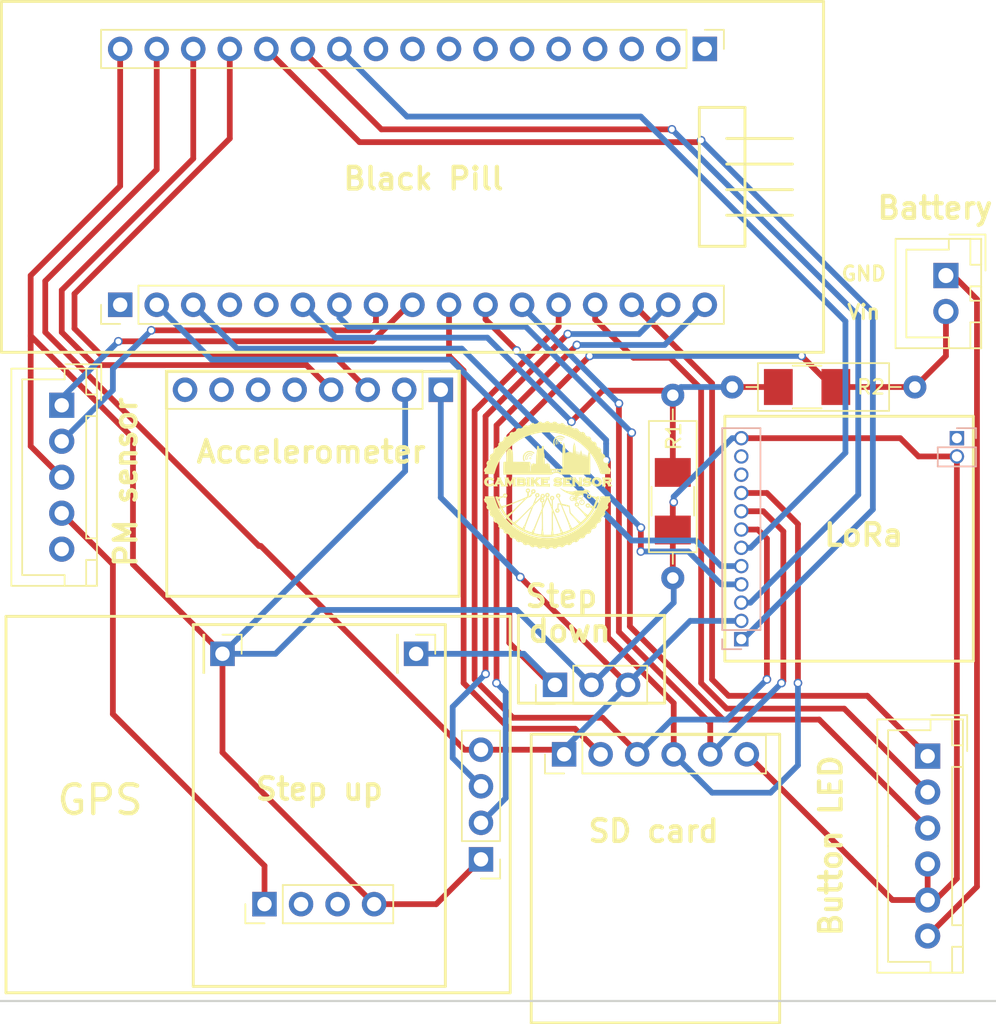
<source format=kicad_pcb>
(kicad_pcb (version 4) (host pcbnew 4.0.7)
  (layers (0 F.Cu signal hide) (31 B.Cu signal hide) (34 B.Paste user hide) (35 F.Paste user hide) (36 B.SilkS user hide) (37 F.SilkS user) (38 B.Mask user hide) (39 F.Mask user hide) (44 Edge.Cuts user hide))
  (net 0 "")
  (net 1 +3V3)
  (net 2 GND)
  (net 3 /SCL)
  (net 4 /SDA)
  (net 5 "Net-(J1-Pad5)")
  (net 6 "Net-(J1-Pad6)")
  (net 7 "Net-(J1-Pad7)")
  (net 8 "Net-(J1-Pad8)")
  (net 9 "Net-(J2-Pad1)")
  (net 10 /RESET)
  (net 11 /DI0)
  (net 12 /DI01)
  (net 13 /DI02)
  (net 14 /CS)
  (net 15 "Net-(J3-Pad10)")
  (net 16 "Net-(J3-Pad11)")
  (net 17 /Vin)
  (net 18 "Net-(J5-Pad1)")
  (net 19 "Net-(J5-Pad9)")
  (net 20 +5V)
  (net 21 "Net-(J9-Pad2)")
  (net 22 "Net-(J9-Pad3)")
  (net 23 "Net-(J10-Pad1)")
  (net 24 "Net-(J10-Pad4)")
  (net 25 "Net-(J10-Pad5)")
  (net 26 /GPS_RX)
  (net 27 /GPS_TX)
  (net 28 "Net-(J13-Pad5)")
  (net 29 /RXtoSDS)
  (net 30 /TXtoSDS)
  (net 31 /CStoSD)
  (net 32 /SCKtoSD)
  (net 33 /MISOtoSD)
  (net 34 /MOSItoSD)
  (net 35 "Net-(J5-Pad6)")
  (net 36 "Net-(J5-Pad7)")
  (net 37 "Net-(J5-Pad8)")
  (net 38 "Net-(J5-Pad10)")
  (net 39 /Red)
  (net 40 /Bat)
  (net 41 /Blue)
  (net 42 /Green)
  (net 43 /NO)
  (net 44 "Net-(J5-Pad5)")
  (net 45 "Net-(J5-Pad2)")
  (net 46 "Net-(J5-Pad3)")
  (net 47 "Net-(J5-Pad4)")
  (module Socket_Strips:Socket_Strip_Straight_1x08_Pitch2.54mm (layer F.Cu) (at 102.8065 85.5345 270)
    (fp_text reference J1 hide)
    (fp_text value Conn_01x08 hide)
    (pad 1 thru_hole rect (at 0 0 270) (size 1.7 1.7) (drill 1) (layers *.Cu *.Mask) (net 1 +3V3))
    (pad 2 thru_hole oval (at 0 2.54 270) (size 1.7 1.7) (drill 1) (layers *.Cu *.Mask) (net 2 GND))
    (pad 3 thru_hole oval (at 0 5.08 270) (size 1.7 1.7) (drill 1) (layers *.Cu *.Mask) (net 3 /SCL))
    (pad 4 thru_hole oval (at 0 7.62 270) (size 1.7 1.7) (drill 1) (layers *.Cu *.Mask) (net 4 /SDA))
    (pad 5 thru_hole oval (at 0 10.16 270) (size 1.7 1.7) (drill 1) (layers *.Cu *.Mask) (net 5 "Net-(J1-Pad5)"))
    (pad 6 thru_hole oval (at 0 12.7 270) (size 1.7 1.7) (drill 1) (layers *.Cu *.Mask) (net 6 "Net-(J1-Pad6)"))
    (pad 7 thru_hole oval (at 0 15.24 270) (size 1.7 1.7) (drill 1) (layers *.Cu *.Mask) (net 7 "Net-(J1-Pad7)"))
    (pad 8 thru_hole oval (at 0 17.78 270) (size 1.7 1.7) (drill 1) (layers *.Cu *.Mask) (net 8 "Net-(J1-Pad8)"))
  )
  (module Mounting_Holes:MountingHole_3.2mm_M3 (layer F.Cu) (at 86.2965 96.9645 90)
    (fp_text reference MK1 hide)
    (fp_text value Mounting_Hole hide)
    (pad 1 np_thru_hole circle (at 0 0 90) (size 3.2 3.2) (drill 3.2) (layers *.Cu *.Mask))
  )
  (module Socket_Strips:Socket_Strip_Straight_1x02_Pitch1.27mm (layer B.Cu) (at 138.684 88.9 180)
    (fp_text reference J2 hide)
    (fp_text value Conn_01x02 hide)
    (pad 1 thru_hole rect (at 0 0 180) (size 1 1) (drill 0.7) (layers *.Cu *.Mask) (net 9 "Net-(J2-Pad1)"))
    (pad 2 thru_hole oval (at 0 -1.27 180) (size 1 1) (drill 0.7) (layers *.Cu *.Mask) (net 2 GND))
  )
  (module Socket_Strips:Socket_Strip_Straight_1x12_Pitch1.27mm (layer B.Cu) (at 123.698 102.87)
    (fp_text reference J3 hide)
    (fp_text value Conn_01x12 hide)
    (pad 1 thru_hole rect (at 0 0) (size 1 1) (drill 0.7) (layers *.Cu *.Mask) (net 10 /RESET))
    (pad 2 thru_hole oval (at 0 -1.27) (size 1 1) (drill 0.7) (layers *.Cu *.Mask) (net 1 +3V3))
    (pad 3 thru_hole oval (at 0 -2.54) (size 1 1) (drill 0.7) (layers *.Cu *.Mask) (net 11 /DI0))
    (pad 4 thru_hole oval (at 0 -3.81) (size 1 1) (drill 0.7) (layers *.Cu *.Mask) (net 12 /DI01))
    (pad 5 thru_hole oval (at 0 -5.08) (size 1 1) (drill 0.7) (layers *.Cu *.Mask) (net 13 /DI02))
    (pad 6 thru_hole oval (at 0 -6.35) (size 1 1) (drill 0.7) (layers *.Cu *.Mask) (net 14 /CS))
    (pad 7 thru_hole oval (at 0 -7.62) (size 1 1) (drill 0.7) (layers *.Cu *.Mask) (net 34 /MOSItoSD))
    (pad 8 thru_hole oval (at 0 -8.89) (size 1 1) (drill 0.7) (layers *.Cu *.Mask) (net 33 /MISOtoSD))
    (pad 9 thru_hole oval (at 0 -10.16) (size 1 1) (drill 0.7) (layers *.Cu *.Mask) (net 32 /SCKtoSD))
    (pad 10 thru_hole oval (at 0 -11.43) (size 1 1) (drill 0.7) (layers *.Cu *.Mask) (net 15 "Net-(J3-Pad10)"))
    (pad 11 thru_hole oval (at 0 -12.7) (size 1 1) (drill 0.7) (layers *.Cu *.Mask) (net 16 "Net-(J3-Pad11)"))
    (pad 12 thru_hole oval (at 0 -13.97) (size 1 1) (drill 0.7) (layers *.Cu *.Mask) (net 2 GND))
  )
  (module Socket_Strips:Socket_Strip_Straight_1x17_Pitch2.54mm (layer F.Cu) (at 121.158 61.849 270)
    (fp_text reference J5 hide)
    (fp_text value Conn_01x17 hide)
    (pad 1 thru_hole rect (at 0 0 270) (size 1.7 1.7) (drill 1) (layers *.Cu *.Mask) (net 18 "Net-(J5-Pad1)"))
    (pad 2 thru_hole oval (at 0 2.54 270) (size 1.7 1.7) (drill 1) (layers *.Cu *.Mask) (net 45 "Net-(J5-Pad2)"))
    (pad 3 thru_hole oval (at 0 5.08 270) (size 1.7 1.7) (drill 1) (layers *.Cu *.Mask) (net 46 "Net-(J5-Pad3)"))
    (pad 4 thru_hole oval (at 0 7.62 270) (size 1.7 1.7) (drill 1) (layers *.Cu *.Mask) (net 47 "Net-(J5-Pad4)"))
    (pad 5 thru_hole oval (at 0 10.16 270) (size 1.7 1.7) (drill 1) (layers *.Cu *.Mask) (net 44 "Net-(J5-Pad5)"))
    (pad 6 thru_hole oval (at 0 12.7 270) (size 1.7 1.7) (drill 1) (layers *.Cu *.Mask) (net 35 "Net-(J5-Pad6)"))
    (pad 7 thru_hole oval (at 0 15.24 270) (size 1.7 1.7) (drill 1) (layers *.Cu *.Mask) (net 36 "Net-(J5-Pad7)"))
    (pad 8 thru_hole oval (at 0 17.78 270) (size 1.7 1.7) (drill 1) (layers *.Cu *.Mask) (net 37 "Net-(J5-Pad8)"))
    (pad 9 thru_hole oval (at 0 20.32 270) (size 1.7 1.7) (drill 1) (layers *.Cu *.Mask) (net 19 "Net-(J5-Pad9)"))
    (pad 10 thru_hole oval (at 0 22.86 270) (size 1.7 1.7) (drill 1) (layers *.Cu *.Mask) (net 38 "Net-(J5-Pad10)"))
    (pad 11 thru_hole oval (at 0 25.4 270) (size 1.7 1.7) (drill 1) (layers *.Cu *.Mask) (net 14 /CS))
    (pad 12 thru_hole oval (at 0 27.94 270) (size 1.7 1.7) (drill 1) (layers *.Cu *.Mask) (net 11 /DI0))
    (pad 13 thru_hole oval (at 0 30.48 270) (size 1.7 1.7) (drill 1) (layers *.Cu *.Mask) (net 10 /RESET))
    (pad 14 thru_hole oval (at 0 33.02 270) (size 1.7 1.7) (drill 1) (layers *.Cu *.Mask) (net 3 /SCL))
    (pad 15 thru_hole oval (at 0 35.56 270) (size 1.7 1.7) (drill 1) (layers *.Cu *.Mask) (net 4 /SDA))
    (pad 16 thru_hole oval (at 0 38.1 270) (size 1.7 1.7) (drill 1) (layers *.Cu *.Mask) (net 1 +3V3))
    (pad 17 thru_hole oval (at 0 40.64 270) (size 1.7 1.7) (drill 1) (layers *.Cu *.Mask) (net 2 GND))
  )
  (module Socket_Strips:Socket_Strip_Straight_1x01_Pitch2.54mm (layer F.Cu) (at 101.092 103.886 270)
    (fp_text reference J6 hide)
    (fp_text value Conn_01x01 hide)
    (pad 1 thru_hole rect (at 0 0 270) (size 1.7 1.7) (drill 1) (layers *.Cu *.Mask) (net 17 /Vin))
  )
  (module Socket_Strips:Socket_Strip_Straight_1x01_Pitch2.54mm (layer F.Cu) (at 87.63 103.886 270)
    (fp_text reference J7 hide)
    (fp_text value Conn_01x01 hide)
    (pad 1 thru_hole rect (at 0 0 270) (size 1.7 1.7) (drill 1) (layers *.Cu *.Mask) (net 2 GND))
  )
  (module Socket_Strips:Socket_Strip_Straight_1x04_Pitch2.54mm (layer F.Cu) (at 90.551 121.285 90)
    (fp_text reference J9 hide)
    (fp_text value Conn_01x04 hide)
    (pad 1 thru_hole rect (at 0 0 90) (size 1.7 1.7) (drill 1) (layers *.Cu *.Mask) (net 20 +5V))
    (pad 2 thru_hole oval (at 0 2.54 90) (size 1.7 1.7) (drill 1) (layers *.Cu *.Mask) (net 21 "Net-(J9-Pad2)"))
    (pad 3 thru_hole oval (at 0 5.08 90) (size 1.7 1.7) (drill 1) (layers *.Cu *.Mask) (net 22 "Net-(J9-Pad3)"))
    (pad 4 thru_hole oval (at 0 7.62 90) (size 1.7 1.7) (drill 1) (layers *.Cu *.Mask) (net 2 GND))
  )
  (module Socket_Strips:Socket_Strip_Straight_1x17_Pitch2.54mm (layer F.Cu) (at 80.518 79.629 90)
    (fp_text reference J10 hide)
    (fp_text value Conn_01x17 hide)
    (pad 1 thru_hole rect (at 0 0 90) (size 1.7 1.7) (drill 1) (layers *.Cu *.Mask) (net 23 "Net-(J10-Pad1)"))
    (pad 2 thru_hole oval (at 0 2.54 90) (size 1.7 1.7) (drill 1) (layers *.Cu *.Mask) (net 13 /DI02))
    (pad 3 thru_hole oval (at 0 5.08 90) (size 1.7 1.7) (drill 1) (layers *.Cu *.Mask) (net 12 /DI01))
    (pad 4 thru_hole oval (at 0 7.62 90) (size 1.7 1.7) (drill 1) (layers *.Cu *.Mask) (net 24 "Net-(J10-Pad4)"))
    (pad 5 thru_hole oval (at 0 10.16 90) (size 1.7 1.7) (drill 1) (layers *.Cu *.Mask) (net 25 "Net-(J10-Pad5)"))
    (pad 6 thru_hole oval (at 0 12.7 90) (size 1.7 1.7) (drill 1) (layers *.Cu *.Mask) (net 40 /Bat))
    (pad 7 thru_hole oval (at 0 15.24 90) (size 1.7 1.7) (drill 1) (layers *.Cu *.Mask) (net 41 /Blue))
    (pad 8 thru_hole oval (at 0 17.78 90) (size 1.7 1.7) (drill 1) (layers *.Cu *.Mask) (net 29 /RXtoSDS))
    (pad 9 thru_hole oval (at 0 20.32 90) (size 1.7 1.7) (drill 1) (layers *.Cu *.Mask) (net 30 /TXtoSDS))
    (pad 10 thru_hole oval (at 0 22.86 90) (size 1.7 1.7) (drill 1) (layers *.Cu *.Mask) (net 31 /CStoSD))
    (pad 11 thru_hole oval (at 0 25.4 90) (size 1.7 1.7) (drill 1) (layers *.Cu *.Mask) (net 32 /SCKtoSD))
    (pad 12 thru_hole oval (at 0 27.94 90) (size 1.7 1.7) (drill 1) (layers *.Cu *.Mask) (net 33 /MISOtoSD))
    (pad 13 thru_hole oval (at 0 30.48 90) (size 1.7 1.7) (drill 1) (layers *.Cu *.Mask) (net 34 /MOSItoSD))
    (pad 14 thru_hole oval (at 0 33.02 90) (size 1.7 1.7) (drill 1) (layers *.Cu *.Mask) (net 42 /Green))
    (pad 15 thru_hole oval (at 0 35.56 90) (size 1.7 1.7) (drill 1) (layers *.Cu *.Mask) (net 39 /Red))
    (pad 16 thru_hole oval (at 0 38.1 90) (size 1.7 1.7) (drill 1) (layers *.Cu *.Mask) (net 26 /GPS_RX))
    (pad 17 thru_hole oval (at 0 40.64 90) (size 1.7 1.7) (drill 1) (layers *.Cu *.Mask) (net 27 /GPS_TX))
  )
  (module Socket_Strips:Socket_Strip_Straight_1x03_Pitch2.54mm (layer F.Cu) (at 110.744 106.045 90)
    (fp_text reference J11 hide)
    (fp_text value Conn_01x03 hide)
    (pad 1 thru_hole rect (at 0 0 90) (size 1.7 1.7) (drill 1) (layers *.Cu *.Mask) (net 17 /Vin))
    (pad 2 thru_hole oval (at 0 2.54 90) (size 1.7 1.7) (drill 1) (layers *.Cu *.Mask) (net 2 GND))
    (pad 3 thru_hole oval (at 0 5.08 90) (size 1.7 1.7) (drill 1) (layers *.Cu *.Mask) (net 1 +3V3))
  )
  (module Socket_Strips:Socket_Strip_Straight_1x04_Pitch2.54mm (layer F.Cu) (at 105.6005 118.1735 180)
    (fp_text reference J12 hide)
    (fp_text value Conn_01x04 hide)
    (pad 1 thru_hole rect (at 0 0 180) (size 1.7 1.7) (drill 1) (layers *.Cu *.Mask) (net 2 GND))
    (pad 2 thru_hole oval (at 0 2.54 180) (size 1.7 1.7) (drill 1) (layers *.Cu *.Mask) (net 27 /GPS_TX))
    (pad 3 thru_hole oval (at 0 5.08 180) (size 1.7 1.7) (drill 1) (layers *.Cu *.Mask) (net 26 /GPS_RX))
    (pad 4 thru_hole oval (at 0 7.62 180) (size 1.7 1.7) (drill 1) (layers *.Cu *.Mask) (net 1 +3V3))
  )
  (module Socket_Strips:Socket_Strip_Straight_1x06_Pitch2.54mm (layer F.Cu) (at 111.379 110.871 90)
    (fp_text reference J14 hide)
    (fp_text value Conn_01x06 hide)
    (pad 1 thru_hole rect (at 0 0 90) (size 1.7 1.7) (drill 1) (layers *.Cu *.Mask) (net 1 +3V3))
    (pad 2 thru_hole oval (at 0 2.54 90) (size 1.7 1.7) (drill 1) (layers *.Cu *.Mask) (net 31 /CStoSD))
    (pad 3 thru_hole oval (at 0 5.08 90) (size 1.7 1.7) (drill 1) (layers *.Cu *.Mask) (net 34 /MOSItoSD))
    (pad 4 thru_hole oval (at 0 7.62 90) (size 1.7 1.7) (drill 1) (layers *.Cu *.Mask) (net 32 /SCKtoSD))
    (pad 5 thru_hole oval (at 0 10.16 90) (size 1.7 1.7) (drill 1) (layers *.Cu *.Mask) (net 33 /MISOtoSD))
    (pad 6 thru_hole oval (at 0 12.7 90) (size 1.7 1.7) (drill 1) (layers *.Cu *.Mask) (net 2 GND))
  )
  (module Mounting_Holes:MountingHole_3.2mm_M3 (layer F.Cu) (at 101.5365 96.9645 90)
    (fp_text reference MK2 hide)
    (fp_text value Mounting_Hole hide)
    (pad 1 np_thru_hole circle (at 0 0 90) (size 3.2 3.2) (drill 3.2) (layers *.Cu *.Mask))
  )
  (module Mounting_Holes:MountingHole_3.2mm_M3 (layer F.Cu) (at 74.6125 124.6505 180)
    (fp_text reference MK3 hide)
    (fp_text value Mounting_Hole hide)
    (pad 1 np_thru_hole circle (at 0 0 180) (size 3.2 3.2) (drill 3.2) (layers *.Cu *.Mask))
  )
  (module Mounting_Holes:MountingHole_3.2mm_M3 (layer F.Cu) (at 74.6125 104.0765 180)
    (fp_text reference MK4 hide)
    (fp_text value Mounting_Hole hide)
    (pad 1 np_thru_hole circle (at 0 0 180) (size 3.2 3.2) (drill 3.2) (layers *.Cu *.Mask))
  )
  (module Connectors_JST:JST_XH_B05B-XH-A_05x2.50mm_Straight (layer F.Cu) (at 76.454 86.614 270)
    (fp_text reference J13 hide)
    (fp_text value Conn_01x05 hide)
    (pad 1 thru_hole rect (at 0 0 270) (size 1.75 1.75) (drill 1) (layers *.Cu *.Mask) (net 30 /TXtoSDS))
    (pad 2 thru_hole circle (at 2.5 0 270) (size 1.75 1.75) (drill 1) (layers *.Cu *.Mask) (net 29 /RXtoSDS))
    (pad 3 thru_hole circle (at 5 0 270) (size 1.75 1.75) (drill 1) (layers *.Cu *.Mask) (net 2 GND))
    (pad 4 thru_hole circle (at 7.5 0 270) (size 1.75 1.75) (drill 1) (layers *.Cu *.Mask) (net 20 +5V))
    (pad 5 thru_hole circle (at 10 0 270) (size 1.75 1.75) (drill 1) (layers *.Cu *.Mask) (net 28 "Net-(J13-Pad5)"))
  )
  (module Mounting_Holes:MountingHole_3.2mm_M3 (layer F.Cu) (at 76.708 69.088)
    (fp_text reference MK5 hide)
    (fp_text value Mounting_Hole hide)
    (pad 1 np_thru_hole circle (at 0 0) (size 3.2 3.2) (drill 3.2) (layers *.Cu *.Mask))
  )
  (module Mounting_Holes:MountingHole_3.2mm_M3 (layer F.Cu) (at 136.652 69.088)
    (fp_text reference MK6 hide)
    (fp_text value Mounting_Hole hide)
    (pad 1 np_thru_hole circle (at 0 0) (size 3.2 3.2) (drill 3.2) (layers *.Cu *.Mask))
  )
  (module Mounting_Holes:MountingHole_3.2mm_M3 (layer F.Cu) (at 117.729 124.079)
    (fp_text reference MK7 hide)
    (fp_text value Mounting_Hole hide)
    (pad 1 np_thru_hole circle (at 0 0) (size 3.2 3.2) (drill 3.2) (layers *.Cu *.Mask))
  )
  (module Connectors_JST:JST_XH_B02B-XH-A_02x2.50mm_Straight (layer F.Cu) (at 137.922 77.597 270)
    (fp_text reference J4 hide)
    (fp_text value Conn_01x02 hide)
    (pad 1 thru_hole rect (at 0 0 270) (size 1.75 1.75) (drill 1.05) (layers *.Cu *.Mask) (net 43 /NO))
    (pad 2 thru_hole circle (at 2.5 0 270) (size 1.75 1.75) (drill 1.05) (layers *.Cu *.Mask) (net 17 /Vin))
  )
  (module Resistors_SMD:R_1210_HandSoldering (layer F.Cu) (at 118.9355 93.2815 270)
    (fp_text reference R1 (at -4.5085 -0.0635 270) (layer F.SilkS))
    (fp_text value 22k)
    (pad 1 smd rect (at -2 0 270) (size 2 2.5) (layers F.Cu F.Paste F.Mask) (net 40 /Bat))
    (pad 2 smd rect (at 2 0 270) (size 2 2.5) (layers F.Cu F.Paste F.Mask) (net 2 GND))
  )
  (module Resistors_SMD:R_1210_HandSoldering (layer F.Cu) (at 128.27 85.344 180)
    (fp_text reference R2 (at -4.445 0 180) (layer F.SilkS))
    (fp_text value 22k hide)
    (pad 1 smd rect (at -2 0 180) (size 2 2.5) (layers F.Cu F.Paste F.Mask) (net 17 /Vin))
    (pad 2 smd rect (at 2 0 180) (size 2 2.5) (layers F.Cu F.Paste F.Mask) (net 40 /Bat))
  )
  (module Resistors_THT:R_Axial_DIN0309_L9.0mm_D3.2mm_P12.70mm_Horizontal (layer F.Cu) (at 118.9355 85.9155 270)
    (fp_text reference R3 hide)
    (fp_text value 22k hide)
    (pad 1 thru_hole circle (at 0 0 270) (size 1.6 1.6) (drill 0.8) (layers *.Cu *.Mask) (net 40 /Bat))
    (pad 2 thru_hole oval (at 12.7 0 270) (size 1.6 1.6) (drill 0.8) (layers *.Cu *.Mask) (net 2 GND))
  )
  (module Resistors_THT:R_Axial_DIN0309_L9.0mm_D3.2mm_P12.70mm_Horizontal (layer F.Cu) (at 135.763 85.344 180)
    (fp_text reference R4 hide)
    (fp_text value 22k)
    (pad 1 thru_hole circle (at 0 0 180) (size 1.6 1.6) (drill 0.8) (layers *.Cu *.Mask) (net 17 /Vin))
    (pad 2 thru_hole oval (at 12.7 0 180) (size 1.6 1.6) (drill 0.8) (layers *.Cu *.Mask) (net 40 /Bat))
  )
  (module PCB:cambike_new (layer F.Cu) (at 110.236 92.202)
    (fp_text reference G*** hide)
    (fp_text value LOGO hide)
  )
  (module Connectors_JST:JST_XH_B06B-XH-A_06x2.50mm_Straight (layer F.Cu) (at 136.652 110.998 270)
    (fp_text reference J8 hide)
    (fp_text value Conn_01x06 hide)
    (pad 1 thru_hole rect (at 0 0 270) (size 1.75 1.75) (drill 1) (layers *.Cu *.Mask) (net 39 /Red))
    (pad 2 thru_hole circle (at 2.5 0 270) (size 1.75 1.75) (drill 1) (layers *.Cu *.Mask) (net 42 /Green))
    (pad 3 thru_hole circle (at 5 0 270) (size 1.75 1.75) (drill 1) (layers *.Cu *.Mask) (net 41 /Blue))
    (pad 4 thru_hole circle (at 7.5 0 270) (size 1.75 1.75) (drill 1) (layers *.Cu *.Mask) (net 2 GND))
    (pad 5 thru_hole circle (at 10 0 270) (size 1.75 1.75) (drill 1) (layers *.Cu *.Mask) (net 2 GND))
    (pad 6 thru_hole circle (at 12.5 0 270) (size 1.75 1.75) (drill 1) (layers *.Cu *.Mask) (net 43 /NO))
  )
  (gr_line (start 122.682 69.85) (end 127.254 69.85) (angle 90) (layer F.SilkS) (width 0.2))
  (gr_line (start 122.682 71.628) (end 127.254 71.628) (angle 90) (layer F.SilkS) (width 0.2))
  (gr_line (start 122.682 73.406) (end 127.254 73.406) (angle 90) (layer F.SilkS) (width 0.2))
  (gr_line (start 122.682 68.072) (end 127.254 68.072) (angle 90) (layer F.SilkS) (width 0.2))
  (gr_line (start 120.777 75.565) (end 120.777 65.913) (angle 90) (layer F.SilkS) (width 0.2))
  (gr_line (start 123.952 75.565) (end 120.777 75.565) (angle 90) (layer F.SilkS) (width 0.2))
  (gr_line (start 123.952 65.913) (end 123.952 75.565) (angle 90) (layer F.SilkS) (width 0.2))
  (gr_line (start 120.777 65.913) (end 123.952 65.913) (angle 90) (layer F.SilkS) (width 0.2))
  (gr_text Battery (at 137.16 72.898) (layer F.SilkS) (effects (font (size 1.5 1.5) (thickness 0.3))))
  (gr_text Vin (at 132.207 80.137) (layer F.SilkS) (effects (font (size 1 1) (thickness 0.2))))
  (gr_text GND (at 132.207 77.47) (layer F.SilkS) (effects (font (size 1 1) (thickness 0.2))))
  (gr_text "Button LED" (at 129.921 117.221 90) (layer F.SilkS) (effects (font (size 1.5 1.5) (thickness 0.3))))
  (gr_line (start 103.124 101.854) (end 103.124 127) (angle 90) (layer F.SilkS) (width 0.2))
  (gr_line (start 85.598 101.854) (end 85.598 127) (angle 90) (layer F.SilkS) (width 0.2))
  (gr_line (start 85.598 127) (end 103.124 127) (angle 90) (layer F.SilkS) (width 0.2))
  (gr_text "PM sensor" (at 80.899 91.948 90) (layer F.SilkS) (effects (font (size 1.5 1.5) (thickness 0.3))))
  (gr_line (start 118.364 101.219) (end 118.364 107.315) (angle 90) (layer F.SilkS) (width 0.2))
  (gr_line (start 108.204 101.219) (end 108.204 107.315) (angle 90) (layer F.SilkS) (width 0.2))
  (gr_line (start 108.204 101.219) (end 118.364 101.219) (angle 90) (layer F.SilkS) (width 0.2))
  (gr_line (start 85.598 101.854) (end 103.124 101.854) (angle 90) (layer F.SilkS) (width 0.2))
  (gr_line (start 104.0765 84.2645) (end 104.0765 99.8855) (angle 90) (layer F.SilkS) (width 0.2))
  (gr_text "SD card" (at 117.602 116.205) (layer F.SilkS) (effects (font (size 1.5 1.5) (thickness 0.3))))
  (gr_line (start 126.365 129.54) (end 126.365 109.474) (angle 90) (layer F.SilkS) (width 0.2))
  (gr_line (start 109.093 129.54) (end 126.365 129.54) (angle 90) (layer F.SilkS) (width 0.2))
  (gr_line (start 109.093 109.474) (end 109.093 129.54) (angle 90) (layer F.SilkS) (width 0.2))
  (gr_line (start 126.365 109.474) (end 109.093 109.474) (angle 90) (layer F.SilkS) (width 0.2))
  (gr_text "Step \ndown" (at 111.76 101.092) (layer F.SilkS) (effects (font (size 1.5 1.5) (thickness 0.3))))
  (gr_line (start 108.204 107.315) (end 118.364 107.315) (angle 90) (layer F.SilkS) (width 0.2))
  (gr_text "Step up" (at 94.361 113.284) (layer F.SilkS) (effects (font (size 1.5 1.5) (thickness 0.3))))
  (gr_text LoRa (at 132.207 95.631) (layer F.SilkS) (effects (font (size 1.5 1.5) (thickness 0.3))))
  (gr_text Accelerometer (at 93.7895 89.8525) (layer F.SilkS) (effects (font (size 1.5 1.5) (thickness 0.3))))
  (gr_text "Black Pill" (at 101.6 70.866) (layer F.SilkS) (effects (font (size 1.5 1.5) (thickness 0.3))))
  (gr_text GPS (at 79.121 114.046) (layer F.SilkS) (effects (font (size 2 2) (thickness 0.3))))
  (gr_line (start 107.6325 101.2825) (end 107.6325 127.4445) (angle 90) (layer F.SilkS) (width 0.2))
  (gr_line (start 72.5805 101.2825) (end 107.6325 101.2825) (angle 90) (layer F.SilkS) (width 0.2))
  (gr_line (start 72.5805 127.4445) (end 72.5805 101.2825) (angle 90) (layer F.SilkS) (width 0.2))
  (gr_line (start 107.6325 127.4445) (end 72.5805 127.4445) (angle 90) (layer F.SilkS) (width 0.2))
  (gr_line (start 104.0765 99.8855) (end 83.7565 99.8855) (angle 90) (layer F.SilkS) (width 0.2))
  (gr_line (start 83.7565 84.2645) (end 104.0765 84.2645) (angle 90) (layer F.SilkS) (width 0.2))
  (gr_line (start 83.7565 99.8855) (end 83.7565 84.2645) (angle 90) (layer F.SilkS) (width 0.2))
  (gr_line (start 139.827 87.376) (end 139.827 104.394) (angle 90) (layer F.SilkS) (width 0.2))
  (gr_line (start 122.555 87.376) (end 139.827 87.376) (angle 90) (layer F.SilkS) (width 0.2))
  (gr_line (start 122.555 104.394) (end 122.555 87.376) (angle 90) (layer F.SilkS) (width 0.2))
  (gr_line (start 139.827 104.394) (end 122.555 104.394) (angle 90) (layer F.SilkS) (width 0.2))
  (gr_line (start 72.263 58.547) (end 129.413 58.547) (angle 90) (layer F.SilkS) (width 0.2))
  (gr_line (start 72.263 82.931) (end 72.263 58.547) (angle 90) (layer F.SilkS) (width 0.2))
  (gr_line (start 129.413 82.931) (end 72.263 82.931) (angle 90) (layer F.SilkS) (width 0.2))
  (gr_line (start 129.413 58.547) (end 129.413 82.931) (angle 90) (layer F.SilkS) (width 0.2))
  (gr_line (start 71.628 128.016) (end 71.628 58.039) (angle 90) (layer Edge.Cuts) (width 0.15))
  (gr_line (start 71.628 58.039) (end 141.605 58.039) (angle 90) (layer Edge.Cuts) (width 0.15))
  (gr_line (start 141.605 128.016) (end 71.628 128.016) (angle 90) (layer Edge.Cuts) (width 0.15))
  (gr_line (start 141.605 58.039) (end 141.605 128.016) (angle 90) (layer Edge.Cuts) (width 0.15))
  (segment (start 115.824 106.045) (end 115.824 105.918) (width 0.4) (layer B.Cu) (net 1))
  (segment (start 115.824 105.918) (end 120.142 101.6) (width 0.4) (layer B.Cu) (net 1))
  (segment (start 120.142 101.6) (end 123.698 101.6) (width 0.4) (layer B.Cu) (net 1))
  (segment (start 115.824 106.045) (end 108.331 98.552) (width 0.4) (layer F.Cu) (net 1))
  (segment (start 102.8065 93.0275) (end 102.8065 85.5345) (width 0.4) (layer B.Cu) (net 1))
  (segment (start 108.331 98.552) (end 102.8065 93.0275) (width 0.4) (layer B.Cu) (net 1))
  (via (at 108.331 98.552) (size 0.6) (drill 0.4) (layers F.Cu B.Cu) (net 1))
  (segment (start 83.82 90.043) (end 90.17 96.393) (width 0.4) (layer F.Cu) (net 1))
  (segment (start 104.4575 110.5535) (end 105.6005 110.5535) (width 0.4) (layer F.Cu) (net 1))
  (segment (start 90.297 96.393) (end 104.4575 110.5535) (width 0.4) (layer F.Cu) (net 1))
  (segment (start 90.17 96.393) (end 90.297 96.393) (width 0.4) (layer F.Cu) (net 1))
  (segment (start 83.058 61.849) (end 83.058 70.231) (width 0.4) (layer F.Cu) (net 1))
  (segment (start 75.311 81.534) (end 83.82 90.043) (width 0.4) (layer F.Cu) (net 1))
  (segment (start 75.311 77.978) (end 75.311 81.534) (width 0.4) (layer F.Cu) (net 1))
  (segment (start 83.058 70.231) (end 75.311 77.978) (width 0.4) (layer F.Cu) (net 1))
  (segment (start 105.6005 110.5535) (end 111.0615 110.5535) (width 0.4) (layer F.Cu) (net 1))
  (segment (start 111.0615 110.5535) (end 111.379 110.871) (width 0.4) (layer F.Cu) (net 1))
  (segment (start 111.379 110.871) (end 111.379 110.49) (width 0.4) (layer B.Cu) (net 1))
  (segment (start 111.379 110.49) (end 115.824 106.045) (width 0.4) (layer B.Cu) (net 1))
  (segment (start 105.7275 110.5535) (end 105.6005 110.5535) (width 0.4) (layer F.Cu) (net 1))
  (segment (start 123.698 88.9) (end 123.063 88.9) (width 0.4) (layer B.Cu) (net 2))
  (segment (start 118.9355 93.4085) (end 118.9355 95.2815) (width 0.4) (layer F.Cu) (net 2))
  (segment (start 118.999 93.345) (end 118.9355 93.4085) (width 0.4) (layer F.Cu) (net 2))
  (via (at 118.999 93.345) (size 0.6) (drill 0.4) (layers F.Cu B.Cu) (net 2))
  (segment (start 118.999 92.964) (end 118.999 93.345) (width 0.4) (layer B.Cu) (net 2))
  (segment (start 123.063 88.9) (end 118.999 92.964) (width 0.4) (layer B.Cu) (net 2))
  (segment (start 123.698 88.9) (end 134.747 88.9) (width 0.4) (layer F.Cu) (net 2))
  (segment (start 136.017 90.17) (end 138.684 90.17) (width 0.4) (layer F.Cu) (net 2))
  (segment (start 134.747 88.9) (end 136.017 90.17) (width 0.4) (layer F.Cu) (net 2))
  (segment (start 118.9355 98.6155) (end 118.9355 95.2815) (width 0.4) (layer F.Cu) (net 2))
  (segment (start 113.284 106.045) (end 108.077 100.838) (width 0.4) (layer B.Cu) (net 2))
  (segment (start 91.313 103.886) (end 87.63 103.886) (width 0.4) (layer B.Cu) (net 2))
  (segment (start 94.361 100.838) (end 91.313 103.886) (width 0.4) (layer B.Cu) (net 2))
  (segment (start 108.077 100.838) (end 94.361 100.838) (width 0.4) (layer B.Cu) (net 2))
  (segment (start 136.652 120.998) (end 137.193 120.998) (width 0.4) (layer F.Cu) (net 2))
  (segment (start 137.193 120.998) (end 138.684 119.507) (width 0.4) (layer F.Cu) (net 2))
  (segment (start 138.684 119.507) (end 138.684 90.17) (width 0.4) (layer F.Cu) (net 2))
  (segment (start 98.171 121.285) (end 102.489 121.285) (width 0.4) (layer F.Cu) (net 2))
  (segment (start 102.489 121.285) (end 105.6005 118.1735) (width 0.4) (layer F.Cu) (net 2))
  (segment (start 87.63 103.886) (end 100.33 91.186) (width 0.4) (layer B.Cu) (net 2))
  (segment (start 100.33 91.186) (end 100.33 85.598) (width 0.4) (layer B.Cu) (net 2))
  (segment (start 100.33 85.598) (end 100.2665 85.5345) (width 0.4) (layer B.Cu) (net 2))
  (segment (start 113.284 106.045) (end 118.999 100.33) (width 0.4) (layer B.Cu) (net 2))
  (segment (start 118.999 100.33) (end 118.999 98.679) (width 0.4) (layer B.Cu) (net 2))
  (segment (start 118.999 98.679) (end 118.9355 98.6155) (width 0.4) (layer B.Cu) (net 2))
  (segment (start 136.652 118.498) (end 136.652 120.998) (width 0.4) (layer F.Cu) (net 2))
  (segment (start 136.652 120.998) (end 134.206 120.998) (width 0.4) (layer F.Cu) (net 2))
  (segment (start 134.206 120.998) (end 131.318 118.11) (width 0.4) (layer F.Cu) (net 2))
  (segment (start 131.318 118.11) (end 124.079 110.871) (width 0.4) (layer F.Cu) (net 2))
  (segment (start 87.63 103.886) (end 87.63 110.744) (width 0.4) (layer F.Cu) (net 2))
  (segment (start 87.63 110.744) (end 98.171 121.285) (width 0.4) (layer F.Cu) (net 2))
  (segment (start 74.295 81.788) (end 81.407 88.9) (width 0.4) (layer F.Cu) (net 2))
  (segment (start 81.407 88.9) (end 81.407 97.663) (width 0.4) (layer F.Cu) (net 2))
  (segment (start 81.407 97.663) (end 87.63 103.886) (width 0.4) (layer F.Cu) (net 2))
  (segment (start 80.518 61.849) (end 80.518 71.374) (width 0.4) (layer F.Cu) (net 2))
  (segment (start 74.295 89.455) (end 76.454 91.614) (width 0.4) (layer F.Cu) (net 2))
  (segment (start 74.295 77.597) (end 74.295 81.788) (width 0.4) (layer F.Cu) (net 2))
  (segment (start 74.295 81.788) (end 74.295 89.455) (width 0.4) (layer F.Cu) (net 2))
  (segment (start 80.518 71.374) (end 74.295 77.597) (width 0.4) (layer F.Cu) (net 2))
  (segment (start 88.138 61.849) (end 88.138 68.072) (width 0.4) (layer F.Cu) (net 3))
  (segment (start 95.25 83.058) (end 97.7265 85.5345) (width 0.4) (layer F.Cu) (net 3))
  (segment (start 79.121 83.058) (end 95.25 83.058) (width 0.4) (layer F.Cu) (net 3))
  (segment (start 77.343 81.28) (end 79.121 83.058) (width 0.4) (layer F.Cu) (net 3))
  (segment (start 77.343 78.867) (end 77.343 81.28) (width 0.4) (layer F.Cu) (net 3))
  (segment (start 88.138 68.072) (end 77.343 78.867) (width 0.4) (layer F.Cu) (net 3))
  (segment (start 85.598 61.849) (end 85.598 69.469) (width 0.4) (layer F.Cu) (net 4))
  (segment (start 93.472 83.82) (end 95.1865 85.5345) (width 0.4) (layer F.Cu) (net 4))
  (segment (start 78.74 83.82) (end 93.472 83.82) (width 0.4) (layer F.Cu) (net 4))
  (segment (start 76.454 81.534) (end 78.74 83.82) (width 0.4) (layer F.Cu) (net 4))
  (segment (start 76.454 78.613) (end 76.454 81.534) (width 0.4) (layer F.Cu) (net 4))
  (segment (start 85.598 69.469) (end 76.454 78.613) (width 0.4) (layer F.Cu) (net 4))
  (segment (start 123.698 102.87) (end 123.825 102.87) (width 0.4) (layer B.Cu) (net 10))
  (segment (start 123.825 102.87) (end 132.842 93.853) (width 0.4) (layer B.Cu) (net 10))
  (segment (start 132.842 93.853) (end 132.842 80.137) (width 0.4) (layer B.Cu) (net 10))
  (segment (start 132.842 80.137) (end 120.904 68.199) (width 0.4) (layer B.Cu) (net 10))
  (via (at 120.904 68.199) (size 0.6) (drill 0.4) (layers F.Cu B.Cu) (net 10))
  (segment (start 120.904 68.199) (end 120.777 68.326) (width 0.4) (layer F.Cu) (net 10))
  (segment (start 120.777 68.326) (end 97.155 68.326) (width 0.4) (layer F.Cu) (net 10))
  (segment (start 97.155 68.326) (end 90.678 61.849) (width 0.4) (layer F.Cu) (net 10))
  (segment (start 123.698 100.33) (end 124.333 100.33) (width 0.4) (layer B.Cu) (net 11))
  (segment (start 98.679 67.437) (end 93.218 61.976) (width 0.4) (layer F.Cu) (net 11))
  (segment (start 118.872 67.437) (end 98.679 67.437) (width 0.4) (layer F.Cu) (net 11))
  (via (at 118.872 67.437) (size 0.6) (drill 0.4) (layers F.Cu B.Cu) (net 11))
  (segment (start 131.826 80.391) (end 118.872 67.437) (width 0.4) (layer B.Cu) (net 11))
  (segment (start 131.826 92.837) (end 131.826 80.391) (width 0.4) (layer B.Cu) (net 11))
  (segment (start 124.333 100.33) (end 131.826 92.837) (width 0.4) (layer B.Cu) (net 11))
  (segment (start 93.218 61.976) (end 93.218 61.849) (width 0.4) (layer F.Cu) (net 11))
  (segment (start 123.698 99.06) (end 122.301 99.06) (width 0.4) (layer B.Cu) (net 12))
  (segment (start 88.646 82.677) (end 85.598 79.629) (width 0.4) (layer B.Cu) (net 12))
  (segment (start 104.267 82.677) (end 88.646 82.677) (width 0.4) (layer B.Cu) (net 12))
  (segment (start 116.713 95.123) (end 104.267 82.677) (width 0.4) (layer B.Cu) (net 12))
  (via (at 116.713 95.123) (size 0.6) (drill 0.4) (layers F.Cu B.Cu) (net 12))
  (segment (start 116.713 96.774) (end 116.713 95.123) (width 0.4) (layer F.Cu) (net 12))
  (via (at 116.713 96.774) (size 0.6) (drill 0.4) (layers F.Cu B.Cu) (net 12))
  (segment (start 120.015 96.774) (end 116.713 96.774) (width 0.4) (layer B.Cu) (net 12))
  (segment (start 122.301 99.06) (end 120.015 96.774) (width 0.4) (layer B.Cu) (net 12))
  (segment (start 123.444 98.806) (end 123.698 99.06) (width 0.4) (layer B.Cu) (net 12))
  (segment (start 123.698 97.79) (end 122.301 97.79) (width 0.4) (layer B.Cu) (net 13))
  (segment (start 86.868 83.439) (end 83.058 79.629) (width 0.4) (layer B.Cu) (net 13))
  (segment (start 103.505 83.439) (end 86.868 83.439) (width 0.4) (layer B.Cu) (net 13))
  (segment (start 116.078 96.012) (end 103.505 83.439) (width 0.4) (layer B.Cu) (net 13))
  (segment (start 120.523 96.012) (end 116.078 96.012) (width 0.4) (layer B.Cu) (net 13))
  (segment (start 122.301 97.79) (end 120.523 96.012) (width 0.4) (layer B.Cu) (net 13))
  (segment (start 123.698 96.52) (end 124.333 96.52) (width 0.4) (layer B.Cu) (net 14))
  (segment (start 100.457 66.548) (end 95.758 61.849) (width 0.4) (layer B.Cu) (net 14))
  (segment (start 116.713 66.548) (end 100.457 66.548) (width 0.4) (layer B.Cu) (net 14))
  (segment (start 130.937 80.772) (end 116.713 66.548) (width 0.4) (layer B.Cu) (net 14))
  (segment (start 130.937 89.916) (end 130.937 80.772) (width 0.4) (layer B.Cu) (net 14))
  (segment (start 124.333 96.52) (end 130.937 89.916) (width 0.4) (layer B.Cu) (net 14))
  (segment (start 110.744 106.045) (end 110.49 106.045) (width 0.4) (layer F.Cu) (net 17))
  (segment (start 110.49 106.045) (end 107.569 103.124) (width 0.4) (layer F.Cu) (net 17))
  (segment (start 127.889 83.185) (end 130.048 85.344) (width 0.4) (layer F.Cu) (net 17))
  (via (at 127.889 83.185) (size 0.6) (drill 0.4) (layers F.Cu B.Cu) (net 17))
  (segment (start 113.157 83.185) (end 127.889 83.185) (width 0.4) (layer B.Cu) (net 17))
  (via (at 113.157 83.185) (size 0.6) (drill 0.4) (layers F.Cu B.Cu) (net 17))
  (segment (start 107.569 88.773) (end 113.157 83.185) (width 0.4) (layer F.Cu) (net 17))
  (segment (start 107.569 103.124) (end 107.569 88.773) (width 0.4) (layer F.Cu) (net 17))
  (segment (start 130.048 85.344) (end 130.27 85.344) (width 0.4) (layer F.Cu) (net 17))
  (segment (start 135.763 85.344) (end 130.27 85.344) (width 0.4) (layer F.Cu) (net 17))
  (segment (start 110.744 106.045) (end 110.744 105.918) (width 0.4) (layer F.Cu) (net 17))
  (segment (start 137.922 80.097) (end 137.922 83.185) (width 0.4) (layer F.Cu) (net 17))
  (segment (start 137.922 83.185) (end 135.763 85.344) (width 0.4) (layer F.Cu) (net 17))
  (segment (start 101.092 103.886) (end 108.585 103.886) (width 0.4) (layer B.Cu) (net 17))
  (segment (start 108.585 103.886) (end 110.744 106.045) (width 0.4) (layer B.Cu) (net 17))
  (segment (start 90.551 121.285) (end 90.551 118.618) (width 0.4) (layer F.Cu) (net 20))
  (segment (start 80.01 97.67) (end 76.454 94.114) (width 0.4) (layer F.Cu) (net 20))
  (segment (start 80.01 108.077) (end 80.01 97.67) (width 0.4) (layer F.Cu) (net 20))
  (segment (start 90.551 118.618) (end 80.01 108.077) (width 0.4) (layer F.Cu) (net 20))
  (segment (start 118.618 79.629) (end 116.586 81.661) (width 0.4) (layer B.Cu) (net 26))
  (segment (start 103.632 111.125) (end 105.6005 113.0935) (width 0.4) (layer B.Cu) (net 26))
  (segment (start 103.632 107.569) (end 103.632 111.125) (width 0.4) (layer B.Cu) (net 26))
  (segment (start 105.918 105.283) (end 103.632 107.569) (width 0.4) (layer B.Cu) (net 26))
  (via (at 105.918 105.283) (size 0.6) (drill 0.4) (layers F.Cu B.Cu) (net 26))
  (segment (start 105.918 87.376) (end 105.918 105.283) (width 0.4) (layer F.Cu) (net 26))
  (segment (start 111.633 81.661) (end 105.918 87.376) (width 0.4) (layer F.Cu) (net 26))
  (via (at 111.633 81.661) (size 0.6) (drill 0.4) (layers F.Cu B.Cu) (net 26))
  (segment (start 116.586 81.661) (end 111.633 81.661) (width 0.4) (layer B.Cu) (net 26))
  (segment (start 121.158 79.629) (end 118.364 82.423) (width 0.4) (layer B.Cu) (net 27))
  (segment (start 107.315 113.919) (end 105.6005 115.6335) (width 0.4) (layer B.Cu) (net 27))
  (segment (start 107.315 106.553) (end 107.315 113.919) (width 0.4) (layer B.Cu) (net 27))
  (segment (start 106.68 105.918) (end 107.315 106.553) (width 0.4) (layer B.Cu) (net 27))
  (via (at 106.68 105.918) (size 0.6) (drill 0.4) (layers F.Cu B.Cu) (net 27))
  (segment (start 106.68 88.011) (end 106.68 105.918) (width 0.4) (layer F.Cu) (net 27))
  (segment (start 112.268 82.423) (end 106.68 88.011) (width 0.4) (layer F.Cu) (net 27))
  (via (at 112.268 82.423) (size 0.6) (drill 0.4) (layers F.Cu B.Cu) (net 27))
  (segment (start 118.364 82.423) (end 112.268 82.423) (width 0.4) (layer B.Cu) (net 27))
  (segment (start 98.298 79.629) (end 98.298 80.899) (width 0.4) (layer F.Cu) (net 29))
  (segment (start 80.01 85.558) (end 76.454 89.114) (width 0.4) (layer B.Cu) (net 29))
  (segment (start 80.01 84.074) (end 80.01 85.558) (width 0.4) (layer B.Cu) (net 29))
  (segment (start 82.677 81.407) (end 80.01 84.074) (width 0.4) (layer B.Cu) (net 29))
  (via (at 82.677 81.407) (size 0.6) (drill 0.4) (layers F.Cu B.Cu) (net 29))
  (segment (start 97.79 81.407) (end 82.677 81.407) (width 0.4) (layer F.Cu) (net 29))
  (segment (start 98.298 80.899) (end 97.79 81.407) (width 0.4) (layer F.Cu) (net 29))
  (via (at 80.391 82.169) (size 0.6) (drill 0.4) (layers F.Cu B.Cu) (net 30))
  (segment (start 98.044 82.169) (end 80.391 82.169) (width 0.4) (layer F.Cu) (net 30))
  (segment (start 100.584 79.629) (end 98.044 82.169) (width 0.4) (layer F.Cu) (net 30))
  (segment (start 80.391 82.169) (end 76.454 86.106) (width 0.4) (layer B.Cu) (net 30))
  (segment (start 76.454 86.106) (end 76.454 86.614) (width 0.4) (layer B.Cu) (net 30))
  (segment (start 100.838 79.629) (end 100.584 79.629) (width 0.4) (layer F.Cu) (net 30))
  (segment (start 103.378 79.629) (end 103.378 83.185) (width 0.4) (layer F.Cu) (net 31))
  (segment (start 112.141 109.093) (end 113.919 110.871) (width 0.4) (layer F.Cu) (net 31))
  (segment (start 107.569 109.093) (end 112.141 109.093) (width 0.4) (layer F.Cu) (net 31))
  (segment (start 104.394 105.918) (end 107.569 109.093) (width 0.4) (layer F.Cu) (net 31))
  (segment (start 104.394 84.201) (end 104.394 105.918) (width 0.4) (layer F.Cu) (net 31))
  (segment (start 103.378 83.185) (end 104.394 84.201) (width 0.4) (layer F.Cu) (net 31))
  (segment (start 123.698 92.71) (end 125.476 92.71) (width 0.4) (layer F.Cu) (net 32))
  (segment (start 121.666 113.538) (end 118.999 110.871) (width 0.4) (layer B.Cu) (net 32))
  (segment (start 125.73 113.538) (end 121.666 113.538) (width 0.4) (layer B.Cu) (net 32))
  (segment (start 127.635 111.633) (end 125.73 113.538) (width 0.4) (layer B.Cu) (net 32))
  (segment (start 127.635 105.918) (end 127.635 111.633) (width 0.4) (layer B.Cu) (net 32))
  (via (at 127.635 105.918) (size 0.6) (drill 0.4) (layers F.Cu B.Cu) (net 32))
  (segment (start 127.635 94.869) (end 127.635 105.918) (width 0.4) (layer F.Cu) (net 32))
  (segment (start 125.476 92.71) (end 127.635 94.869) (width 0.4) (layer F.Cu) (net 32))
  (segment (start 118.999 110.871) (end 118.999 107.315) (width 0.4) (layer F.Cu) (net 32))
  (segment (start 105.918 80.645) (end 105.918 79.629) (width 0.4) (layer F.Cu) (net 32))
  (segment (start 108.077 82.804) (end 105.918 80.645) (width 0.4) (layer F.Cu) (net 32))
  (via (at 108.077 82.804) (size 0.6) (drill 0.4) (layers F.Cu B.Cu) (net 32))
  (segment (start 114.3 89.027) (end 108.077 82.804) (width 0.4) (layer B.Cu) (net 32))
  (segment (start 114.3 89.281) (end 114.3 89.027) (width 0.4) (layer B.Cu) (net 32))
  (segment (start 114.3 90.424) (end 114.3 89.281) (width 0.4) (layer B.Cu) (net 32))
  (via (at 114.3 90.424) (size 0.6) (drill 0.4) (layers F.Cu B.Cu) (net 32))
  (segment (start 114.427 90.551) (end 114.3 90.424) (width 0.4) (layer F.Cu) (net 32))
  (segment (start 114.427 102.743) (end 114.427 90.551) (width 0.4) (layer F.Cu) (net 32))
  (segment (start 118.999 107.315) (end 114.427 102.743) (width 0.4) (layer F.Cu) (net 32))
  (segment (start 121.539 110.871) (end 126.492 105.918) (width 0.4) (layer B.Cu) (net 33))
  (segment (start 125.222 93.98) (end 123.698 93.98) (width 0.4) (layer F.Cu) (net 33))
  (segment (start 126.619 95.377) (end 125.222 93.98) (width 0.4) (layer F.Cu) (net 33))
  (segment (start 126.619 105.791) (end 126.619 95.377) (width 0.4) (layer F.Cu) (net 33))
  (segment (start 126.492 105.918) (end 126.619 105.791) (width 0.4) (layer F.Cu) (net 33))
  (via (at 126.492 105.918) (size 0.6) (drill 0.4) (layers F.Cu B.Cu) (net 33))
  (segment (start 121.539 110.871) (end 121.539 108.712) (width 0.4) (layer F.Cu) (net 33))
  (segment (start 115.189 86.487) (end 108.458 79.756) (width 0.4) (layer B.Cu) (net 33))
  (via (at 115.189 86.487) (size 0.6) (drill 0.4) (layers F.Cu B.Cu) (net 33))
  (segment (start 115.189 102.362) (end 115.189 86.487) (width 0.4) (layer F.Cu) (net 33))
  (segment (start 121.539 108.712) (end 115.189 102.362) (width 0.4) (layer F.Cu) (net 33))
  (segment (start 108.458 79.756) (end 108.458 79.629) (width 0.4) (layer B.Cu) (net 33))
  (segment (start 123.698 95.25) (end 124.841 95.25) (width 0.4) (layer F.Cu) (net 34))
  (segment (start 118.872 108.458) (end 116.459 110.871) (width 0.4) (layer B.Cu) (net 34))
  (segment (start 122.682 108.458) (end 118.872 108.458) (width 0.4) (layer B.Cu) (net 34))
  (segment (start 125.476 105.664) (end 122.682 108.458) (width 0.4) (layer B.Cu) (net 34))
  (via (at 125.476 105.664) (size 0.6) (drill 0.4) (layers F.Cu B.Cu) (net 34))
  (segment (start 125.476 95.885) (end 125.476 105.664) (width 0.4) (layer F.Cu) (net 34))
  (segment (start 124.841 95.25) (end 125.476 95.885) (width 0.4) (layer F.Cu) (net 34))
  (segment (start 116.459 110.871) (end 116.459 110.744) (width 0.4) (layer F.Cu) (net 34))
  (segment (start 116.459 110.744) (end 114.046 108.331) (width 0.4) (layer F.Cu) (net 34))
  (segment (start 114.046 108.331) (end 107.823 108.331) (width 0.4) (layer F.Cu) (net 34))
  (segment (start 107.823 108.331) (end 105.156 105.664) (width 0.4) (layer F.Cu) (net 34))
  (segment (start 105.156 105.664) (end 105.156 86.995) (width 0.4) (layer F.Cu) (net 34))
  (segment (start 105.156 86.995) (end 110.998 81.153) (width 0.4) (layer F.Cu) (net 34))
  (segment (start 110.998 81.153) (end 110.998 79.629) (width 0.4) (layer F.Cu) (net 34))
  (segment (start 116.078 79.629) (end 116.205 79.629) (width 0.4) (layer F.Cu) (net 39))
  (segment (start 116.205 79.629) (end 121.666 85.09) (width 0.4) (layer F.Cu) (net 39))
  (segment (start 121.666 85.09) (end 121.666 105.664) (width 0.4) (layer F.Cu) (net 39))
  (segment (start 121.666 105.664) (end 122.809 106.807) (width 0.4) (layer F.Cu) (net 39))
  (segment (start 122.809 106.807) (end 132.461 106.807) (width 0.4) (layer F.Cu) (net 39))
  (segment (start 132.461 106.807) (end 136.652 110.998) (width 0.4) (layer F.Cu) (net 39))
  (segment (start 118.9355 85.9155) (end 118.9355 91.2815) (width 0.4) (layer F.Cu) (net 40))
  (segment (start 123.063 85.344) (end 126.27 85.344) (width 0.4) (layer F.Cu) (net 40))
  (segment (start 93.218 79.629) (end 95.504 81.915) (width 0.4) (layer B.Cu) (net 40))
  (segment (start 114.046 85.598) (end 118.618 85.598) (width 0.4) (layer F.Cu) (net 40))
  (segment (start 111.887 87.757) (end 114.046 85.598) (width 0.4) (layer F.Cu) (net 40))
  (via (at 111.887 87.757) (size 0.6) (drill 0.4) (layers F.Cu B.Cu) (net 40))
  (segment (start 106.045 81.915) (end 111.887 87.757) (width 0.4) (layer B.Cu) (net 40))
  (segment (start 95.504 81.915) (end 106.045 81.915) (width 0.4) (layer B.Cu) (net 40))
  (segment (start 118.618 85.598) (end 118.9355 85.9155) (width 0.4) (layer F.Cu) (net 40))
  (segment (start 123.063 85.344) (end 119.507 85.344) (width 0.4) (layer B.Cu) (net 40))
  (segment (start 119.507 85.344) (end 118.9355 85.9155) (width 0.4) (layer B.Cu) (net 40))
  (segment (start 123.2535 85.9155) (end 123.571 85.598) (width 0.4) (layer B.Cu) (net 40))
  (segment (start 119.253 85.598) (end 118.9355 85.9155) (width 0.4) (layer F.Cu) (net 40))
  (segment (start 95.758 79.629) (end 95.758 80.518) (width 0.4) (layer B.Cu) (net 41))
  (segment (start 129.112 108.458) (end 136.652 115.998) (width 0.4) (layer F.Cu) (net 41))
  (segment (start 122.428 108.458) (end 129.112 108.458) (width 0.4) (layer F.Cu) (net 41))
  (segment (start 115.951 101.981) (end 122.428 108.458) (width 0.4) (layer F.Cu) (net 41))
  (segment (start 115.951 88.646) (end 115.951 101.981) (width 0.4) (layer F.Cu) (net 41))
  (segment (start 116.078 88.519) (end 115.951 88.646) (width 0.4) (layer F.Cu) (net 41))
  (via (at 116.078 88.519) (size 0.6) (drill 0.4) (layers F.Cu B.Cu) (net 41))
  (segment (start 108.712 81.153) (end 116.078 88.519) (width 0.4) (layer B.Cu) (net 41))
  (segment (start 96.393 81.153) (end 108.712 81.153) (width 0.4) (layer B.Cu) (net 41))
  (segment (start 95.758 80.518) (end 96.393 81.153) (width 0.4) (layer B.Cu) (net 41))
  (segment (start 113.538 79.629) (end 113.538 80.645) (width 0.4) (layer F.Cu) (net 42))
  (segment (start 130.85 107.696) (end 136.652 113.498) (width 0.4) (layer F.Cu) (net 42))
  (segment (start 122.682 107.696) (end 130.85 107.696) (width 0.4) (layer F.Cu) (net 42))
  (segment (start 120.904 105.918) (end 122.682 107.696) (width 0.4) (layer F.Cu) (net 42))
  (segment (start 120.904 85.471) (end 120.904 105.918) (width 0.4) (layer F.Cu) (net 42))
  (segment (start 118.745 83.312) (end 120.904 85.471) (width 0.4) (layer F.Cu) (net 42))
  (segment (start 116.205 83.312) (end 118.745 83.312) (width 0.4) (layer F.Cu) (net 42))
  (segment (start 113.538 80.645) (end 116.205 83.312) (width 0.4) (layer F.Cu) (net 42))
  (segment (start 137.922 77.597) (end 138.43 77.597) (width 0.4) (layer F.Cu) (net 43))
  (segment (start 138.43 77.597) (end 140.081 79.248) (width 0.4) (layer F.Cu) (net 43))
  (segment (start 140.081 79.248) (end 140.081 120.069) (width 0.4) (layer F.Cu) (net 43))
  (segment (start 140.081 120.069) (end 136.652 123.498) (width 0.4) (layer F.Cu) (net 43))
)
</source>
